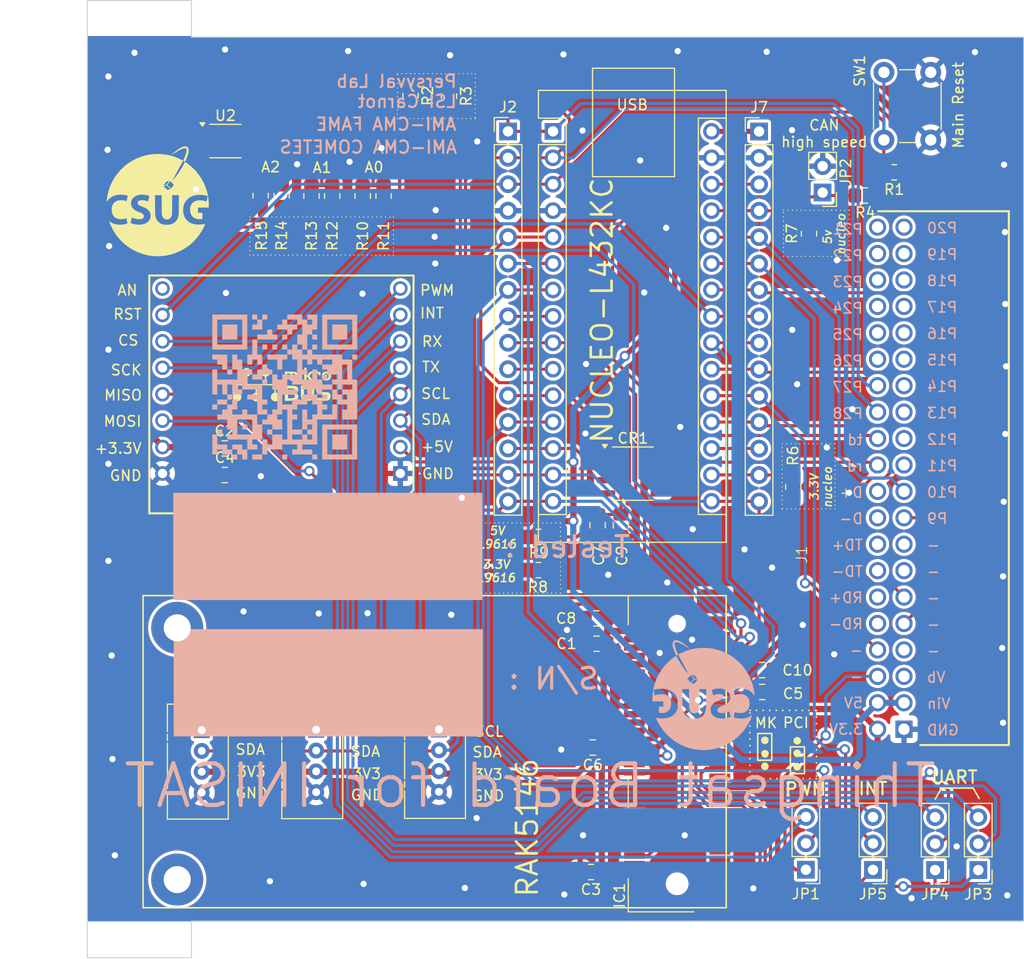
<source format=kicad_pcb>
(kicad_pcb (version 20240108) (generator "pcbnew") (generator_version "8.0")
  (layers (0 "F.Cu" power) (31 "B.Cu" power) (34 "B.Paste" user) (35 "F.Paste" user) (36 "B.SilkS" user "B.Silkscreen") (37 "F.SilkS" user "F.Silkscreen") (38 "B.Mask" user) (39 "F.Mask" user) (44 "Edge.Cuts" user))
  (net 0 "")
  (net 1 "+3V3")
  (net 2 "GND")
  (net 11 "/CAN_RX")
  (net 18 "Net-(CR1-VS)")
  (net 20 "/CAN_TX")
  (net 33 "/CAN_RD")
  (net 35 "/CAN_TD")
  (net 37 "/SDA")
  (net 39 "/SCL")
  (net 51 "/PPS_LORA_CORE")
  (net 52 "/CS_LORA_CORE")
  (net 54 "/UART_TX_LORA_CORE")
  (net 55 "/MOSI")
  (net 58 "/UART_RX_LORA_CORE")
  (net 59 "Net-(CR1-ASC)")
  (net 62 "/RST_LORA_CORE")
  (net 63 "/AREF")
  (net 64 "/GPIO6_SX1303")
  (net 66 "/SCLK")
  (net 67 "/PWM2")
  (net 68 "/SENS1")
  (net 69 "/SENS2")
  (net 70 "+5V")
  (net 71 "/UART_TX_INISAT")
  (net 72 "/PWM_INISAT")
  (net 75 "/UART_RX_INISAT")
  (net 77 "Net-(J2-Pin_11)")
  (net 78 "/UART_RX_1")
  (net 79 "/RESET_GENERAL")
  (net 81 "/MISO")
  (net 82 "Net-(J2-Pin_10)")
  (net 83 "/UART_TX_1")
  (net 84 "/PWM1")
  (net 85 "/UART_RX_MK")
  (net 86 "/UART_TX_MK")
  (net 87 "/INT_MK")
  (net 88 "/PWM_MK")
  (net 89 "Net-(J7-Pin_4)")
  (net 90 "/INT1")
  (net 91 "/CS_MK")
  (net 92 "Net-(J7-Pin_14)")
  (net 93 "Net-(J7-Pin_1)")
  (net 94 "Net-(J7-Pin_3)")
  (net 95 "Net-(U2-A0)")
  (net 96 "Net-(U2-A1)")
  (net 97 "Net-(U2-A2)")
  (footprint "Connector_PCBEdge:BUS_PCI_Express_Mini" (layer "F.Cu") (at 120.434748 115.445 90)
    (property "Reference" "IC1")
    (property "Value" "PCI_EXPRESS_CARD")
  )
  (footprint "Connector_PinHeader_2.54mm:PinHeader_1x02_P2.54mm_Vertical" (layer "F.Cu") (at 134.42 61.51 180)
    (property "Reference" "JP2")
    (property "Value" "speed_controller")
  )
  (footprint "Capacitor_SMD:C_0805_2012Metric_Pad1.18x1.45mm_HandSolder" (layer "F.Cu") (at 112.79 93.48 -90)
    (property "Reference" "C7")
    (property "Value" "10u")
  )
  (footprint "Connector:NS-Tech_Grove_1x04_P2mm_Vertical" (layer "F.Cu") (at 97.54 113.11)
    (property "Reference" "J4")
    (property "Value" "I2C_Grove")
  )
  (footprint "Capacitor_SMD:C_0805_2012Metric_Pad1.18x1.45mm_HandSolder" (layer "F.Cu") (at 112.684048 104.8732 180)
    (property "Reference" "C1")
    (property "Value" "10u")
  )
  (footprint "Resistor_SMD:R_0805_2012Metric_Pad1.20x1.40mm_HandSolder" (layer "F.Cu") (at 131.6 89.79 90)
    (property "Reference" "R6")
    (property "Value" "0")
  )
  (footprint "Resistor_SMD:R_0805_2012Metric_Pad1.20x1.40mm_HandSolder" (layer "F.Cu") (at 90.21 61.85 90)
    (property "Reference" "R10")
    (property "Value" "0")
  )
  (footprint "Resistor_SMD:R_0805_2012Metric_Pad1.20x1.40mm_HandSolder" (layer "F.Cu") (at 87.28 61.83 90)
    (property "Reference" "R12")
    (property "Value" "0")
  )
  (footprint "Connector_PinHeader_2.54mm:PinHeader_1x15_P2.54mm_Vertical" (layer "F.Cu") (at 128.313249 55.637948)
    (property "Reference" "J7")
    (property "Value" "Conn_01x15")
  )
  (footprint "Resistor_SMD:R_0805_2012Metric_Pad1.20x1.40mm_HandSolder" (layer "F.Cu") (at 94.81 52.2 -90)
    (property "Reference" "R2")
    (property "Value" "4K7")
  )
  (footprint "Connector_PinHeader_2.54mm:PinHeader_1x15_P2.54mm_Vertical" (layer "F.Cu") (at 104.183248 55.626)
    (property "Reference" "J2")
    (property "Value" "Conn_01x15")
  )
  (footprint "Capacitor_SMD:C_0805_2012Metric_Pad1.18x1.45mm_HandSolder" (layer "F.Cu") (at 115.03 93.49 -90)
    (property "Reference" "C9")
    (property "Value" "100n")
  )
  (footprint "Com_L432KC_footprint:logo_csug" (layer "F.Cu") (at 70.42 62.34)
    (property "Reference" "G***" (hide yes))
    (property "Value" "LOGO" (hide yes))
  )
  (footprint "Connector_PinHeader_2.54mm:PinHeader_1x03_P2.54mm_Vertical" (layer "F.Cu") (at 139.26 126.615 180)
    (property "Reference" "JP5")
    (property "Value" "INT_SEL")
  )
  (footprint "Resistor_SMD:R_0805_2012Metric_Pad1.20x1.40mm_HandSolder" (layer "F.Cu") (at 80.4 61.81 90)
    (property "Reference" "R15")
    (property "Value" "0")
  )
  (footprint "Capacitor_SMD:C_0805_2012Metric_Pad1.18x1.45mm_HandSolder" (layer "F.Cu") (at 128.61 109.51)
    (property "Reference" "C5")
    (property "Value" "100n")
  )
  (footprint "Resistor_SMD:R_0805_2012Metric_Pad1.20x1.40mm_HandSolder" (layer "F.Cu") (at 92.22 61.84 90)
    (property "Reference" "R11")
    (property "Value" "0")
  )
  (footprint "Connector_PinHeader_2.54mm:PinHeader_1x03_P2.54mm_Vertical" (layer "F.Cu") (at 132.81 126.6 180)
    (property "Reference" "JP1")
    (property "Value" "PWM1_SEL")
  )
  (footprint "Connector:NS-Tech_Grove_1x04_P2mm_Vertical" (layer "F.Cu") (at 74.74 113.18)
    (property "Reference" "J6")
    (property "Value" "I2C_Grove")
  )
  (footprint "Capacitor_SMD:C_0805_2012Metric_Pad1.18x1.45mm_HandSolder" (layer "F.Cu") (at 112.33 114.85 180)
    (property "Reference" "C6")
    (property "Value" "100n")
  )
  (footprint "Package_SO:SO-8_3.9x4.9mm_P1.27mm" (layer "F.Cu") (at 116.1862 88.525)
    (property "Reference" "CR1")
    (property "Value" "L9616")
  )
  (footprint "Capacitor_SMD:C_0805_2012Metric_Pad1.18x1.45mm_HandSolder" (layer "F.Cu") (at 112.1525 126.82 180)
    (property "Reference" "C3")
    (property "Value" "100n")
  )
  (footprint "Resistor_SMD:R_0805_2012Metric_Pad1.20x1.40mm_HandSolder" (layer "F.Cu") (at 133.11 65.46 90)
    (property "Reference" "R7")
    (property "Value" "0")
  )
  (footprint "Package_SO:MSOP-8_3x3mm_P0.65mm" (layer "F.Cu") (at 77.02 56.56)
    (property "Reference" "U2")
    (property "Value" "MCP9808_MSOP")
  )
  (footprint "Resistor_SMD:R_0805_2012Metric_Pad1.20x1.40mm_HandSolder" (layer "F.Cu") (at 85.29 61.84 90)
    (property "Reference" "R13")
    (property "Value" "0")
  )
  (footprint "Capacitor_SMD:C_0805_2012Metric_Pad1.18x1.45mm_HandSolder" (layer "F.Cu") (at 128.6 107.41)
    (property "Reference" "C10")
    (property "Value" "100n")
  )
  (footprint "Logos-image:mikrobus_logo" (layer "F.Cu") (at 82.213939 79.877869)
    (property "Reference" "G***" (hide yes))
    (property "Value" "LOGO" (hide yes))
  )
  (footprint "Module:Arduino_Nano" (layer "F.Cu") (at 108.503248 55.626)
    (property "Reference" "L432KC1" (hide yes))
    (property "Value" "MCU")
  )
  (footprint "Connector:NS-Tech_Grove_1x04_P2mm_Vertical" (layer "F.Cu") (at 85.74 113.14)
    (property "Reference" "J9")
    (property "Value" "I2C_Grove")
  )
  (footprint "Com_L432KC_footprint:MIKROE4247" (layer "F.Cu") (at 93.83 88.51 90)
    (property "Reference" "J5")
    (property "Value" "MIKROE-4247" (hide yes))
  )
  (footprint "Resistor_SMD:R_0805_2012Metric_Pad1.20x1.40mm_HandSolder" (layer "F.Cu") (at 107.12 94.61)
    (property "Reference" "R9")
    (property "Value" "0")
  )
  (footprint "Capacitor_SMD:C_0805_2012Metric_Pad1.18x1.45mm_HandSolder" (layer "F.Cu") (at 76.97 88.66)
    (property "Reference" "C4")
    (property "Value" "100n")
  )
  (footprint "Button_Switch_THT:SW_PUSH_6mm" (layer "F.Cu") (at 140.31 56.45 90)
    (property "Reference" "SW1")
    (property "Value" "Reset")
  )
  (footprint "Resistor_SMD:R_0805_2012Metric_Pad1.20x1.40mm_HandSolder" (layer "F.Cu") (at 82.42 61.81 90)
    (property "Reference" "R14")
    (property "Value" "0")
  )
  (footprint "Connector_PinHeader_2.54mm:PinHeader_1x03_P2.54mm_Vertical" (layer "F.Cu") (at 145.23 126.63 180)
    (property "Reference" "JP4")
    (property "Value" "TX_SEL")
  )
  (footprint "" (layer "F.Cu") (at 72.384748 103.345)
    (property "Reference" "")
    (property "Value" "")
  )
  (footprint "Resistor_SMD:R_0805_2012Metric_Pad1.20x1.40mm_HandSolder" (layer "F.Cu") (at 98.51 52.24 -90)
    (property "Reference" "R3")
    (property "Value" "4K7")
  )
  (footprint "Com_L432KC_footprint:support mini PCI" (layer "F.Cu") (at 72.384748 127.495)
    (property "Reference" "REF**" (hide yes))
    (property "Value" "support mini PCI")
  )
  (footprint "Capacitor_SMD:C_0805_2012Metric_Pad1.18x1.45mm_HandSolder" (layer "F.Cu") (at 76.95 86.1)
    (property "Reference" "C2")
    (property "Value" "10u")
  )
  (footprint "Resistor_SMD:R_0805_2012Metric_Pad1.20x1.40mm_HandSolder" (layer "F.Cu") (at 107.1 97.8)
    (property "Reference" "R8")
    (property "Value" "0")
  )
  (footprint "Resistor_SMD:R_0805_2012Metric_Pad1.20x1.40mm_HandSolder" (layer "F.Cu") (at 138.52 61.79 180)
    (property "Reference" "R4")
    (property "Value" "4K7")
  )
  (footprint "Capacitor_SMD:C_0805_2012Metric_Pad1.18x1.45mm_HandSolder" (layer "F.Cu") (at 112.679048 102.4382 180)
    (property "Reference" "C8")
    (property "Value" "100n")
  )
  (footprint "Connector_PinHeader_2.54mm:PinHeader_1x03_P2.54mm_Vertical" (layer "F.Cu") (at 149.38 126.63 180)
    (property "Reference" "JP3")
    (property "Value" "RX_SEL")
  )
  (footprint "Resistor_SMD:R_0805_2012Metric_Pad1.20x1.40mm_HandSolder" (layer "F.Cu") (at 141.3 59.56 180)
    (property "Reference" "R1")
    (property "Value" "4K7")
  )
  (footprint "Com_L432KC_footprint:flatsat_conn" (layer "F.Cu") (at 141.522718 88.952651)
    (property "Reference" "J1")
    (property "Value" "Bus Standard")
  )
  (footprint "Com_L432KC_footprint:logo_csug" (layer "B.Cu") (at 123.06 109.81 180)
    (property "Reference" "G***" (hide yes))
    (property "Value" "LOGO" (hide yes))
  )
  (footprint "Com Nucleo library:qr_code_flatsat" (layer "B.Cu") (at 82.179575 80.740426 180)
    (property "Reference" "QR" (hide yes))
    (property "Value" "LOGO" (hide yes))
  )
  (gr_rect (start 72.12 103.55) (end 101.68 113.71) (stroke (width 0.15)) (fill solid) (layer "B.SilkS"))
  (gr_rect (start 72.08 90.44) (end 101.64 100.6) (stroke (width 0.15)) (fill solid) (layer "B.SilkS"))
  (gr_rect (start 127.43 111.28) (end 133.82 117.84) (stroke (width 0.15) (type dot)) (fill none) (layer "F.SilkS"))
  (gr_circle (center 131.98 116.7) (end 131.688452 116.7) (stroke (width 0.15)) (fill solid) (layer "F.SilkS"))
  (gr_rect (start 101.2 93.27) (end 109.22 100.01) (stroke (width 0.1) (type dot)) (fill none) (layer "F.SilkS"))
  (gr_line (start 145.24 119.81) (end 145.859113 118.737666) (stroke (width 0.15)) (layer "F.SilkS"))
  (gr_rect (start 128.18 113.5) (end 129.53 116.07) (stroke (width 0.15)) (fill none) (layer "F.SilkS"))
  (gr_circle (center 128.87 114.16) (end 129.161548 114.16) (stroke (width 0.15)) (fill solid) (layer "F.SilkS"))
  (gr_circle (center 128.87 116.66) (end 129.161548 116.66) (stroke (width 0.15)) (fill solid) (layer "F.SilkS"))
  (gr_rect (start 93.55 50.08) (end 101.03 54.4) (stroke (width 0.1) (type dot)) (fill none) (layer "F.SilkS"))
  (gr_rect (start 130.53 85.65) (end 135.61 91.91) (stroke (width 0.1) (type dot)) (fill none) (layer "F.SilkS"))
  (gr_circle (center 128.88 115.45) (end 129.171548 115.45) (stroke (width 0.15)) (fill solid) (layer "F.SilkS"))
  (gr_line (start 145.88 118.75) (end 148.89 118.75) (stroke (width 0.15)) (layer "F.SilkS"))
  (gr_rect (start 79.38 63.86) (end 93.17 67.52) (stroke (width 0.1) (type dot)) (fill none) (layer "F.SilkS"))
  (gr_rect (start 131.32 114.79) (end 132.67 117.36) (stroke (width 0.15)) (fill none) (layer "F.SilkS"))
  (gr_line (start 148.89 118.75) (end 149.469677 119.754029) (stroke (width 0.15)) (layer "F.SilkS"))
  (gr_circle (center 131.97 115.41) (end 131.678452 115.41) (stroke (width 0.15)) (fill solid) (layer "F.SilkS"))
  (gr_circle (center 131.98 114.2) (end 131.688452 114.2) (stroke (width 0.15)) (fill solid) (layer "F.SilkS"))
  (gr_rect (start 69.1 100.25) (end 125.15 130.25) (stroke (width 0.15)) (fill none) (layer "F.SilkS"))
  (gr_rect (start 130.66 63.21) (end 136.98 67.64) (stroke (width 0.1) (type dot)) (fill none) (layer "F.SilkS"))
  (gr_line (start 73.75 43.05) (end 73.75 46.55) (stroke (width 0.1)) (layer "Edge.Cuts"))
  (gr_line (start 63.75 43.05) (end 73.75 43.05) (stroke (width 0.1)) (layer "Edge.Cuts"))
  (gr_line (start 73.75 131.55) (end 153.75 131.55) (stroke (width 0.1)) (layer "Edge.Cuts"))
  (gr_line (start 73.75 46.55) (end 153.75 46.55) (stroke (width 0.1)) (layer "Edge.Cuts"))
  (gr_line (start 63.75 135.05) (end 73.75 135.05) (stroke (width 0.1)) (layer "Edge.Cuts"))
  (gr_line (start 153.75 131.55) (end 153.75 46.55) (stroke (width 0.1)) (layer "Edge.Cuts"))
  (gr_line (start 63.75 135.05) (end 63.75 43.05) (stroke (width 0.1)) (layer "Edge.Cuts"))
  (gr_line (start 73.75 131.55) (end 73.75 135.05) (stroke (width 0.1)) (layer "Edge.Cuts"))
  (gr_text "Tested :" (at 116.09 96.74 0) (layer "B.SilkS") (effects (font (size 2 2) (thickness 0.3)) (justify left bottom mirror)))
  (gr_text "S/N :" (at 113.05 109.41 0) (layer "B.SilkS") (effects (font (size 2 2) (thickness 0.3)) (justify left bottom mirror)))
  (gr_text "AMI-CMA FAME" (at 99.33 55.65 0) (layer "B.SilkS") (effects (font (size 1.2 1.2) (thickness 0.2) (bold yes)) (justify left bottom mirror)))
  (gr_text "AMI-CMA COMETES" (at 99.39 57.85 0) (layer "B.SilkS") (effects (font (size 1.2 1.2) (thickness 0.2) (bold yes)) (justify left bottom mirror)))
  (gr_text "Thingsat Board for INISAT" (at 145.61 120.88 0) (layer "B.SilkS") (effects (font (size 4 4) (thickness 0.4)) (justify left bottom mirror)))
  (gr_text "Persyval Lab \nLSI Carnot" (at 99.37 53.45 0) (layer "B.SilkS") (effects (font (size 1.2 1.2) (thickness 0.2) (bold yes)) (justify left bottom mirror)))
  (gr_text "SDA" (at 88.98 115.81 0) (layer "F.SilkS") (effects (font (size 1 1)) (justify left bottom)))
  (gr_text "RAK5146\n" (at 106.03 122.55 90) (layer "F.SilkS") (effects (font (size 2 2) (thickness 0.25))))
  (gr_text "+5V" (at 95.74 86.53 0) (layer "F.SilkS") (effects (font (size 1 1)) (justify left bottom)))
  (gr_text "NUCLEO-L432KC" (at 113.22 72.84 90) (layer "F.SilkS") (effects (font (size 2 2) (thickness 0.25))))
  (gr_text "3V3" (at 89.11 117.95 0) (layer "F.SilkS") (effects (font (size 1 1)) (justify left bottom)))
  (gr_text "3V3" (at 100.8 118.02 0) (layer "F.SilkS") (effects (font (size 1 1)) (justify left bottom)))
  (gr_text "AN" (at 66.55 71.48 0) (layer "F.SilkS") (effects (font (size 1 1)) (justify left bottom)))
  (gr_text "SCL\n" (at 89.2 113.82 0) (layer "F.SilkS") (effects (font (size 1 1)) (justify left bottom)))
  (gr_text "5v \nnucleo" (at 136.65 65.5 90) (layer "F.SilkS") (effects (font (size 0.8 0.8) (thickness 0.15) (italic yes)) (justify bottom)))
  (gr_text "MISO" (at 65.27 81.57 0) (layer "F.SilkS") (effects (font (size 1 1)) (justify left bottom)))
  (gr_text "INT" (at 137.755 119.51 0) (layer "F.SilkS") (effects (font (size 1.2 1.2) (thickness 0.2) (bold yes)) (justify left bottom)))
  (gr_text "Main Reset" (at 148.04 57.36 90) (layer "F.SilkS") (effects (font (size 1 1)) (justify left bottom)))
  (gr_text "3.3V\nL9616" (at 103.05 99.01 0) (layer "F.SilkS") (effects (font (size 0.8 0.8) (thickness 0.15) (italic yes)) (justify bottom)))
  (gr_text "CS" (at 66.6 76.3 0) (layer "F.SilkS") (effects (font (size 1 1)) (justify left bottom)))
  (gr_text "PWM" (at 95.63 71.49 0) (layer "F.SilkS") (effects (font (size 1 1)) (justify left bottom)))
  (gr_text "SDA" (at 95.74 83.9 0) (layer "F.SilkS") (effects (font (size 1 1)) (justify left bottom)))
  (gr_text "RX" (at 95.81 76.41 0) (layer "F.SilkS") (effects (font (size 1 1)) (justify left bottom)))
  (gr_text "GND" (at 100.67 120.07 0) (layer "F.SilkS") (effects (font (size 1 1)) (justify left bottom)))
  (gr_text "A0" (at 90.3 59.66 0) (layer "F.SilkS") (effects (font (size 1 1)) (justify left bottom)))
  (gr_text "GND" (at 95.82 89.12 0) (layer "F.SilkS") (effects (font (size 1 1)) (justify left bottom)))
  (gr_text "GND" (at 65.81 89.3 0) (layer "F.SilkS") (effects (font (size 1 1)) (justify left bottom)))
  (gr_text "A1" (at 85.31 59.69 0) (layer "F.SilkS") (effects (font (size 1 1)) (justify left bottom)))
  (gr_text "A2" (at 80.36 59.64 0) (layer "F.SilkS") (effects (font (size 1 1)) (justify left bottom)))
  (gr_text "SDA" (at 77.9 115.62 0) (layer "F.SilkS") (effects (font (size 1 1)) (justify left bottom)))
  (gr_text "3V3" (at 78.03 117.76 0) (layer "F.SilkS") (effects (font (size 1 1)) (justify left bottom)))
  (gr_text "3.3V\nnucleo" (at 135.37 89.82 90) (layer "F.SilkS") (effects (font (size 0.8 0.8) (thickness 0.15) (italic yes)) (justify bottom)))
  (gr_text "SDA" (at 100.67 115.88 0) (layer "F.SilkS") (effects (font (size 1 1)) (justify left bottom)))
  (gr_text "RST" (at 66.15 73.79 0) (layer "F.SilkS") (effects (font (size 1 1)) (justify left bottom)))
  (gr_text "PWM" (at 130.675 119.54 0) (layer "F.SilkS") (effects (font (size 1.2 1.2) (thickness 0.2) (bold yes)) (justify left bottom)))
  (gr_text "MK" (at 127.81 113.07 0) (layer "F.SilkS") (effects (font (size 1 1)) (justify left bottom)))
  (gr_text "GND" (at 77.9 119.81 0) (layer "F.SilkS") (effects (font (size 1 1)) (justify left bottom)))
  (gr_text "TX\n" (at 95.82 78.86 0) (layer "F.SilkS") (effects (font (size 1 1)) (justify left bottom)))
  (gr_text "SCK" (at 65.91 79.16 0) (layer "F.SilkS") (effects (font (size 1 1)) (justify left bottom)))
  (gr_text "INT" (at 95.63 73.68 0) (layer "F.SilkS") (effects (font (size 1 1)) (justify left bottom)))
  (gr_text "5V\nL9616" (at 103.14 95.77 0) (layer "F.SilkS") (effects (font (size 0.8 0.8) (thickness 0.15) (italic yes)) (justify bottom)))
  (gr_text "MOSI" (at 65.22 84.08 0) (layer "F.SilkS") (effects (font (size 1 1)) (justify left bottom)))
  (gr_text "SCL\n" (at 100.89 113.89 0) (layer "F.SilkS") (effects (font (size 1 1)) (justify left bottom)))
  (gr_text "UART" (at 144.76 118.4 0) (layer "F.SilkS") (effects (font (size 1.2 1.2) (thickness 0.2) (bold yes)) (justify left bottom)))
  (gr_text "GND" (at 88.98 120 0) (layer "F.SilkS") (effects (font (size 1 1)) (justify left bottom)))
  (gr_text "PCI" (at 130.51 113.06 0) (layer "F.SilkS") (effects (font (size 1 1)) (justify left bottom)))
  (gr_text "SCL" (at 95.74 81.42 0) (layer "F.SilkS") (effects (font (size 1 1)) (justify left bottom)))
  (gr_text "CAN\nhigh speed" (at 134.58 57.23 0) (layer "F.SilkS") (effects (font (size 1 1)) (justify bottom)))
  (gr_text "SCL\n" (at 78.12 113.63 0) (layer "F.SilkS") (effects (font (size 1 1)) (justify left bottom)))
  (gr_text "+3.3V" (at 64.38 86.69 0) (layer "F.SilkS") (effects (font (size 1 1)) (justify left bottom)))
  (segment (start 71.02 51.2) (end 68.31 53.91) (width 0.6) (layer "F.Cu") (net 1))
  (segment (start 108.6 100.3) (end 111.578348 100.3) (width 0.6) (layer "F.Cu") (net 1))
  (segment (start 113.721548 104.8732) (end 113.721548 103.66) (width 0.6) (layer "F.Cu") (net 1))
  (segment (start 139.7 114.42) (end 140.58 115.3) (width 0.6) (layer "F.Cu") (net 1))
  (segment (start 87.28 62.83) (end 87.28 64.88) (width 0.3) (layer "F.Cu") (net 1))
  (segment (start 112.78 126.52) (end 113.105 126.845) (width 0.3) (layer "F.Cu") (net 1))
  (segment (start 118.545 114.845) (end 116.334748 114.845) (width 0.6) (layer "F.Cu") (net 1))
  (segment (start 84.5 64.89) (end 87.27 64.89) (width 0.3) (layer "F.Cu") (net 1))
  (segment (start 116.334748 114.845) (end 114.4725 114.845) (width 0.6) (layer "F.Cu") (net 1))
  (segment (start 97.79 117.36) (end 110.8575 117.36) (width 0.6) (layer "F.Cu") (net 1))
  (segment (start 127.385 108.045) (end 127.39 108.04) (width 0.6) (layer "F.Cu") (net 1))
  (segment (start 87.28 64.88) (end 87.27 64.89) (width 0.3) (layer "F.Cu") (net 1))
  (segment (start 131.5 90.89) (end 131.6 90.79) (width 0.6) (layer "F.Cu") (net 1))
  (segment (start 142.3 61.07) (end 142.3 59.56) (width 0.6) (layer "F.Cu") (net 1))
  (segment (start 68.335 64.835) (end 84.445 64.835) (width 0.3) (layer "F.Cu") (net 1))
  (segment (start 113.3675 105.227248) (end 113.721548 104.8732) (width 0.6) (layer "F.Cu") (net 1))
  (segment (start 127.5625 107.41) (end 131.5 103.4725) (width 0.6) (layer "F.Cu") (net 1))
  (segment (start 116.334748 103.645) (end 113.736548 103.645) (width 0.6) (layer "F.Cu") (net 1))
  (segment (start 113.3675 114.85) (end 113.3675 105.227248) (width 0.6) (layer "F.Cu") (net 1))
  (segment (start 139.7 113.09) (end 139.7 114.42) (width 0.6) (layer "F.Cu") (net 1))
  (segment (start 79.1325 55.585) (end 92.005 55.585) (width 0.3) (layer "F.Cu") (net 1))
  (segment (start 120.19 109.61) (end 120.19 113.2) (width 0.6) (layer "F.Cu") (net 1))
  (segment (start 144.08 115.3) (end 146.46 112.92) (width 0.6) (layer "F.Cu") (net 1))
  (segment (start 84.445 64.835) (end 84.5 64.89) (width 0.3) (layer "F.Cu") (net 1))
  (segment (start 127.345 108.845) (end 127.39 108.8) (width 0.6) (layer "F.Cu") (net 1))
  (segment (start 122.455 108.045) (end 124.534748 108.045) (width 0.6) (layer "F.Cu") (net 1))
  (segment (start 140.58 115.3) (end 144.08 115.3) (width 0.6) (layer "F.Cu") (net 1))
  (segment (start 119.095 103.645) (end 120.17 104.72) (width 0.6) (layer "F.Cu") (net 1))
  (segment (start 82.42 62.81) (end 84.445 64.835) (width 0.3) (layer "F.Cu") (net 1))
  (segment (start 120.955 108.845) (end 120.19 109.61) (width 0.6) (layer "F.Cu") (net 1))
  (segment (start 120.17 107.18) (end 121.035 108.045) (width 0.6) (layer "F.Cu") (net 1))
  (segment (start 120.19 113.2) (end 118.545 114.845) (width 0.6) (layer "F.Cu") (net 1))
  (segment (start 92.005 55.585) (end 93.76 57.34) (width 0.3) (layer "F.Cu") (net 1))
  (segment (start 113.19 115.0275) (end 113.3675 114.85) (width 0.6) (layer "F.Cu") (net 1))
  (segment (start 121.035 108.045) (end 122.455 108.045) (width 0.6) (layer "F.Cu") (net 1))
  (segment (start 137.76 111.15) (end 139.7 113.09) (width 0.6) (layer "F.Cu") (net 1))
  (segment (start 124.534748 108.845) (end 127.345 108.845) (width 0.6) (layer "F.Cu") (net 1))
  (segment (start 129.2125 111.15) (end 137.76 111.15) (width 0.6) (layer "F.Cu") (net 1))
  (segment (start 93.76 61.3) (end 92.22 62.84) (width 0.3) (layer "F.Cu") (net 1))
  (segment (start 113.721548 102.4432) (end 113.716548 102.4382) (width 0.6) (layer "F.Cu") (net 1))
  (segment (start 94.81 51.2) (end 98.47 51.2) (width 0.6) (layer "F.Cu") (net 1))
  (segment (start 106.1 97.8) (end 108.6 100.3) (width 0.6) (layer "F.Cu") (net 1))
  (segment (start 113.721548 103.66) (end 113.721548 102.4432) (width 0.6) (layer "F.Cu") (net 1))
  (segment (start 113.105 126.845) (end 116.334748 126.845) (width 0.5) (layer "F.Cu") (net 1))
  (segment (start 68.31 83.24) (end 70.97 85.9) (width 0.6) (layer "F.Cu") (net 1))
  (segment (start 75.9125 86.1) (end 75.9125 88.64) (width 0.6) (layer "F.Cu") (net 1))
  (segment (start 70.97 85.9) (end 70.97 85.97) (width 0.6) (layer "F.Cu") (net 1))
  (segment (start 81.4725 97.8) (end 106.1 97.8) (width 0.6) (layer "F.Cu") (net 1))
  (segment (start 142.3 59.56) (end 142.3 54.71) (width 0.6) (layer "F.Cu") (net 1))
  (segment (start 111.578348 100.3) (end 113.716548 102.4382) (width 0.6) (layer "F.Cu") (net 1))
  (segment (start 94.81 51.2) (end 71.02 51.2) (width 0.6) (layer "F.Cu") (net 1))
  (segment (start 75.9325 88.66) (end 75.9325 92.26) (width 0.6) (layer "F.Cu") (net 1))
  (segment (start 141.58 61.79) (end 142.3 61.07) (width 0.6) (layer "F.Cu") (net 1))
  (segment (start 93.76 57.34) (end 93.76 61.3) (width 0.3) (layer "F.Cu") (net 1))
  (segment (start 97.54 117.11) (end 97.79 117.36) (width 0.6) (layer "F.Cu") (net 1))
  (segment (start 139.52 61.79) (end 141.58 61.79) (width 0.6) (layer "F.Cu") (net 1))
  (segment (start 75.7825 85.97) (end 75.9125 86.1) (width 0.6) (layer "F.Cu") (net 1))
  (segment (start 145.29 59.56) (end 142.3 59.56) (width 0.6) (layer "F.Cu") (net 1))
  (segment (start 124.534748 108.845) (end 120.955 108.845) (width 0.6) (layer "F.Cu") (net 1))
  (segment (start 90.17 64.89) (end 92.22 62.84) (width 0.3) (layer "F.Cu") (net 1))
  (segment (start 98.47 51.2) (end 98.51 51.24) (width 0.6) (layer "F.Cu") (net 1))
  (segment (start 116.334748 103.645) (end 119.095 103.645) (width 0.6) (layer "F.Cu") (net 1))
  (segment (start 97.47 117.18) (end 97.54 117.11) (width 0.6) (layer "F.Cu") (net 1))
  (segment (start 146.46 112.92) (end 146.46 60.73) (width 0.6) (layer "F.Cu") (net 1))
  (segment (start 127.39 108.04) (end 127.39 108.8) (width 0.6) (layer "F.Cu") (net 1))
  (segment (start 120.17 104.72) (end 120.17 107.18) (width 0.6) (layer "F.Cu") (net 1))
  (segment (start 138.83 51.24) (end 98.51 51.24) (width 0.6) (layer "F.Cu") (net 1))
  (segment (start 70.97 85.97) (end 75.7825 85.97) (width 0.6) (layer "F.Cu") (net 1))
  (segment (start 146.46 60.73) (end 145.29 59.56) (width 0.6) (layer "F.Cu") (net 1))
  (segment (start 113.736548 103.645) (end 113.721548 103.66) (width 0.6) (layer "F.Cu") (net 1))
  (segment (start 114.4725 114.845) (end 114.4675 114.85) (width 0.6) (layer "F.Cu") (net 1))
  (segment (start 68.31 53.91) (end 68.31 83.24) (width 0.6) (layer "F.Cu") (net 1))
  (segment (start 113.19 126.82) (end 113.19 115.0275) (width 0.6) (layer "F.Cu") (net 1))
  (segment (start 110.8575 117.36) (end 113.3675 114.85) (width 0.6) (layer "F.Cu") (net 1))
  (segment (start 75.9325 92.26) (end 81.4725 97.8) (width 0.6) (layer "F.Cu") (net 1))
  (segment (start 87.27 64.89) (end 90.17 64.89) (width 0.3) (layer "F.Cu") (net 1))
  (segment (start 127.5725 109.51) (end 129.2125 111.15) (width 0.6) (layer "F.Cu") (net 1))
  (segment (start 142.3 54.71) (end 138.83 51.24) (width 0.6) (layer "F.Cu") (net 1))
  (segment (start 75.9125 88.64) (end 75.9325 88.66) (width 0.6) (layer "F.Cu") (net 1))
  (segment (start 114.4675 114.85) (end 113.3675 114.85) (width 0.6) (layer "F.Cu") (net 1))
  (segment (start 124.534748 108.045) (end 127.385 108.045) (width 0.6) (layer "F.Cu") (net 1))
  (segment (start 131.5 103.4725) (end 131.5 90.89) (width 0.6) (layer "F.Cu") (net 1))
  (segment (start 74.74 117.18) (end 97.47 117.18) (width 0.6) (layer "F.Cu") (net 1))
  (segment (start 123.743248 58.166) (end 128.301301 58.166) (width 0.3) (layer "F.Cu") (net 2))
  (segment (start 123.134748 124.045) (end 122.682 123.592252) (width 0.3) (layer "F.Cu") (net 2))
  (segment (start 115.03 94.5275) (end 115.03 94.24) (width 0.3) (layer "F.Cu") (net 2))
  (segment (start 123.1348 121.645) (end 124.534748 121.645) (width 0.3) (layer "F.Cu") (net 2))
  (segment (start 115.03 94.24) (end 115.25 94.02) (width 0.3) (layer "F.Cu") (net 2))
  (segment (start 122.682 122.0978) (end 123.1348 121.645) (width 0.3) (layer "F.Cu") (net 2))
  (segment (start 116.334748 114.045) (end 116.195 114.045) (width 0.3) (layer "F.Cu") (net 2))
  (segment (start 122.682 123.592252) (end 122.682 122.0978) (width 0.3) (layer "F.Cu") (net 2))
  (segment (start 124.534748 124.045) (end 123.134748 124.045) (width 0.3) (layer "F.Cu") (net 2))
  (segment (start 116.195 114.045) (end 116.1925 114.0425) (width 0.3) (layer "F.Cu") (net 2))
  (via (at 131.5 74.7) (size 1) (drill 0.6) (layers "F.Cu" "B.Cu") (net 2))
  (via (at 111.34 55.55) (size 1) (drill 0.6) (layers "F.Cu" "B.Cu") (net 2))
  (via (at 74.2 61.21) (size 1) (drill 0.6) (layers "F.Cu" "B.Cu") (net 2))
  (via (at 65.69 57.4) (size 1) (drill 0.6) (layers "F.Cu" "B.Cu") (net 2))
  (via (at 111.68 77.99) (size 1) (drill 0.6) (layers "F.Cu" "B.Cu") (net 2))
  (via (at 109.51 48.23) (size 1) (drill 0.6) (layers "F.Cu" "B.Cu") (net 2))
  (via (at 111.39 123.29) (size 1) (drill 0.6) (layers "F.Cu" "B.Cu") (net 2))
  (via (at 66.39 125.21) (size 1) (drill 0.6) (layers "F.Cu" "B.Cu") (net 2))
  (via (at 90.68 101.94) (size 1) (drill 0.6) (layers "F.Cu" "B.Cu") (net 2))
  (via (at 68.28 48.07) (size 1) (drill 0.6) (layers "F.Cu" "B.Cu") (net 2))
  (via (at 151.86 58.83) (size 1) (drill 0.6) (layers "F.Cu" "B.Cu") (net 2))
  (via (at 88.81 47.91) (size 1) (drill 0.6) (layers "F.Cu" "B.Cu") (net 2))
  (via (at 80.42 88.77) (size 1) (drill 0.6) (layers "F.Cu" "B.Cu") (net 2))
  (via (at 85.99 101.97) (size 1) (drill 0.6) (layers "F.Cu" "B.Cu") (net 2))
  (via (at 134.82 86.01) (size 1) (drill 0.6) (layers "F.Cu" "B.Cu") (net 2))
  (via (at 129.56 97.56) (size 1) (drill 0.6) (layers "F.Cu" "B.Cu") (net 2))
  (via (at 65.77 87.58) (size 1) (drill 0.6) (layers "F.Cu" "B.Cu") (net 2))
  (via (at 151.83 91.22) (size 1) (drill 0.6) (layers "F.Cu" "B.Cu") (net 2))
  (via (at 135.79 68.01) (size 1) (drill 0.6) (layers "F.Cu" "B.Cu") (net 2))
  (via (at 151.68 105.29) (size 1) (drill 0.6) (layers "F.Cu" "B.Cu") (net 2))
  (via (at 76.98 47.76) (size 1) (drill 0.6) (layers "F.Cu" "B.Cu") (net 2))
  (via (at 121.93 93.86) (size 1) (drill 0.6) (layers "F.Cu" "B.Cu") (net 2))
  (via (at 77.07 71.16) (size 1) (drill 0.6) (layers "F.Cu" "B.Cu") (net 2))
  (via (at 65.77 50.35) (size 1) (drill 0.6) (layers "F.Cu" "B.Cu") (net 2))
  (via (at 131.97 79.93) (size 1) (drill 0.6) (layers "F.Cu" "B.Cu") (net 2))
  (via (at 98.61 48.31) (size 1) (drill 0.6) (layers "F.Cu" "B.Cu") (net 2))
  (via (at 118.76 105.76) (size 1) (drill 0.6) (layers "F.Cu" "B.Cu") (net 2))
  (via (at 65.77 96.91) (size 1) (drill 0.6) (layers "F.Cu" "B.Cu") (net 2))
  (via (at 137.27 82.33) (size 1) (drill 0.6) (layers "F.Cu" "B.Cu") (net 2))
  (via (at 109.29 115.05) (size 1) (drill 0.6) (layers "F.Cu" "B.Cu") (net 2))
  (via (at 151.94 65.31) (size 1) (drill 0.6) (layers "F.Cu" "B.Cu") (net 2))
  (via (at 113.81 98.25) (size 1) (drill 0.6) (layers "F.Cu" "B.Cu") (net 2))
  (via (at 132.51 103.07) (size 1) (drill 0.6) (layers "F.Cu" "B.Cu") (net 2))
  (via (at 151.98 84.71) (size 1) (drill 0.6) (layers "F.Cu" "B.Cu") (net 2))
  (via (at 111.62 84.67) (size 1) (drill 0.6) (layers "F.Cu" "B.Cu") (net 2))
  (via (at 65.84 66.65) (size 1) (drill 0.6) (layers "F.Cu" "B.Cu") (net 2))
  (via (at 97.19 68.33) (size 1) (drill 0.6) (layers "F.Cu" "B.Cu") (net 2))
  (via (at 90.19 71.23) (size 1) (drill 0.6) (layers "F.Cu" "B.Cu") (net 2))
  (via (at 152.17 129.06) (size 1) (drill 0.6) (layers "F.Cu" "B.Cu") (net 2))
  (via (at 65.77 76.61) (size 1) (drill 0.6) (layers "F.Cu" "B.Cu") (net 2))
  (via (at 99.74 90.84) (size 1) (drill 0.6) (layers "F.Cu" "B.Cu") (net 2))
  (via (at 127.75 128.39) (size 1) (drill 0.6) (layers "F.Cu" "B.Cu") (net 2))
  (via (at 147.3 124.36) (size 1) (drill 0.6) (layers "F.Cu" "B.Cu") (net 2))
  (via (at 129.04 47.98) (size 1) (drill 0.6) (layers "F.Cu" "B.Cu") (net 2))
  (via (at 116.88 58.42) (size 1) (drill 0.6) (layers "F.Cu" "B.Cu") (net 2))
  (via (at 121.16 123.29) (size 1) (drill 0.6) (layers "F.Cu" "B.Cu") (net 2))
  (via (at 81.29 127.7) (size 1) (drill 0.6) (layers "F.Cu" "B.Cu") (net 2))
  (via (at 101.22 56.6) (size 1) (drill 0.6) (layers "F.Cu" "B.Cu") (net 2))
  (via (at 119.49 98.99) (size 1) (drill 0.6) (layers "F.Cu" "B.Cu") (net 2))
  (via (at 97.23 63.2) (size 1) (drill 0.6) (layers "F.Cu" "B.Cu") (net 2))
  (via (at 121.87 104.49) (size 1) (drill 0.6) (layers "F.Cu" "B.Cu") (net 2))
  (via (at 135.53 105.89) (size 1) (drill 0.6) (layers "F.Cu" "B.Cu") (net 2))
  (via (at 149.06 48.01) (size 1) (drill 0.6) (layers "F.Cu" "B.Cu") (net 2))
  (via (at 117.27 71.11) (size 1) (drill 0.6) (layers "F.Cu" "B.Cu") (net 2))
  (via (at 101.16 121.63) (size 1) (drill 0.6) (layers "F.Cu" "B.Cu") (net 2))
  (via (at 120.73 84.04) (size 1) (drill 0.6) (layers "F.Cu" "B.Cu") (net 2))
  (via (at 66.08 106.01) (size 1) (drill 0.6) (layers "F.Cu" "B.Cu") (net 2))
  (via (at 88.95 58.55) (size 1) (drill 0.6) (layers "F.Cu" "B.Cu") (net 2))
  (via (at 119.38 64.9) (size 1) (drill 0.6) (layers "F.Cu" "B.Cu") (net 2))
  (via (at 151.76 98.4) (size 1) (drill 0.6) (layers "F.Cu" "B.Cu") (net 2))
  (via (at 120.49 47.91) (size 1) (drill 0.6) (layers "F.Cu" "B.Cu") (net 2))
  (via (at 83.91 58.79) (size 1) (drill 0.6) (layers "F.Cu" "B.Cu") (net 2))
  (via (at 98.73 102.09) (size 1) (drill 0.6) (layers "F.Cu" "B.Cu") (net 2))
  (via (at 131.48 55.51) (size 1) (drill 0.6) (layers "F.Cu" "B.Cu") (net 2))
  (via (at 136.96 90.36) (size 1) (drill 0.6) (layers "F.Cu" "B.Cu") (net 2))
  (via (at 97.13 65.75) (size 1) (drill 0.6) (layers "F.Cu" "B.Cu") (net 2))
  (via (at 126.91 95.81) (size 1) (drill 0.6) (layers "F.Cu" "B.Cu") (net 2))
  (via (at 92.02 57.23) (size 1) (drill 0.6) (layers "F.Cu" "B.Cu") (net 2))
  (via (at 90.3 127.96) (size 1) (drill 0.6) (layers "F.Cu" "B.Cu") (net 2))
  (via (at 78.76 101.77) (size 1) (drill 0.6) (layers "F.Cu" "B.Cu") (net 2))
  (via (at 151.76 112.47) (size 1) (drill 0.6) (layers "F.Cu" "B.Cu") (net 2))
  (via (at 151.98 72.22) (size 1) (drill 0.6) (layers "F.Cu" "B.Cu") (net 2))
  (via (at 152.05 78.21) (size 1) (drill 0.6) (layers "F.Cu" "B.Cu") (net 2))
  (via (at 100.03 128.35) (size 1) (drill 0.6) (layers "F.Cu" "B.Cu") (net 2))
  (via (at 109.59 128.98) (size 1) (drill 0.6) (layers "F.Cu" "B.Cu") (net 2))
  (via (at 142.97 129.34) (size 1) (drill 0.6) (layers "F.Cu" "B.Cu") (net 2))
  (via (at 109.85 103.55) (size 1) (drill 0.6) (layers "F.Cu" "B.Cu") (net 2))
  (via (at 66.16 115.96) (size 1) (drill 0.6) (layers "F.Cu" "B.Cu") (net 2))
  (segment (start 128.301301 58.166) (end 128.313249 58.177948) (width 0.3) (layer "B.Cu") (net 2))
  (segment (start 111.31 89.48) (end 111.31 86.8) (width 0.3) (layer "F.Cu") (net 11))
  (segment (start 112.26 90.43) (end 111.31 89.48) (width 0.3) (layer "F.Cu") (net 11))
  (segment (start 111.31 86.8) (end 110.616 86.106) (width 0.3) (layer "F.Cu") (net 11))
  (segment (start 110.616 86.106) (end 108.503248 86.106) (width 0.3) (layer "F.Cu") (net 11))
  (segment (start 104.183248 86.106) (end 108.503248 86.106) (width 0.3) (layer "F.Cu") (net 11))
  (segment (start 113.6112 90.43) (end 112.26 90.43) (width 0.3) (layer "F.Cu") (net 11))
  (segment (start 115.03 89.28) (end 115.03 92.4525) (width 0.3) (layer "F.Cu") (net 18))
  (segment (start 112.79 92.63) (end 110.81 94.61) (width 0.3) (layer "F.Cu") (net 18))
  (segment (start 115.03 92.4525) (end 112.8 92.4525) (width 0.3) (layer "F.Cu") (net 18))
  (segment (start 114.91 89.16) (end 115.03 89.28) (width 0.3) (layer "F.Cu") (net 18))
  (segment (start 112.79 92.4425) (end 112.79 92.63) (width 0.3) (layer "F.Cu") (net 18))
  (segment (start 112.8 92.4525) (end 112.79 92.4425) (width 0.3) (layer "F.Cu") (net 18))
  (segment (start 108.1 94.63) (end 108.12 94.61) (width 0.3) (layer "F.Cu") (net 18))
  (segment (start 113.6112 89.16) (end 114.91 89.16) (width 0.3) (layer "F.Cu") (net 18))
  (segment (start 108.1 97.8) (end 108.1 94.63) (width 0.3) (layer "F.Cu") (net 18))
  (segment (start 110.81 94.61) (end 108.12 94.61) (width 0.3) (layer "F.Cu") (net 18))
  (segment (start 101.56 78.03) (end 101.56 68.409248) (width 0.3) (layer "F.Cu") (net 20))
  (segment (start 101.56 68.409248) (end 104.183248 65.786) (width 0.3) (layer "F.Cu") (net 20))
  (segment (start 103.31 79.78) (end 101.56 78.03) (width 0.3) (layer "F.Cu") (net 20))
  (segment (start 113.6112 84.507606) (end 108.883594 79.78) (width 0.3) (layer "F.Cu") (net 20))
  (segment (start 108.883594 79.78) (end 103.31 79.78) (width 0.3) (layer "F.Cu") (net 20))
  (segment (start 104.183248 65.786) (end 108.503248 65.786) (width 0.3) (layer "F.Cu") (net 20))
  (segment (start 113.6112 86.62) (end 113.6112 84.507606) (width 0.3) (layer "F.Cu") (net 20))
  (segment (start 121.04 89.16) (end 122.77 87.43) (width 0.3) (layer "F.Cu") (net 33))
  (segment (start 118.7612 89.16) (end 121.04 89.16) (width 0.3) (layer "F.Cu") (net 33))
  (segment (start 139.44 87.43) (end 139.7 87.69) (width 0.3) (layer "F.Cu") (net 33))
  (segment (start 122.77 87.43) (end 139.44 87.43) (width 0.3) (layer "F.Cu") (net 33))
  (segment (start 121.5 85.467462) (end 122.107462 84.86) (width 0.3) (layer "F.Cu") (net 35))
  (segment (start 121.5 87.6) (end 121.5 85.467462) (width 0.3) (layer "F.Cu") (net 35))
  (segment (start 118.7612 87.89) (end 121.21 87.89) (width 0.3) (layer "F.Cu") (net 35))
  (segment (start 122.107462 84.86) (end 139.41 84.86) (width 0.3) (layer "F.Cu") (net 35))
  (segment (start 121.21 87.89) (end 121.5 87.6) (width 0.3) (layer "F.Cu") (net 35))
  (segment (start 139.41 84.86) (end 139.7 85.15) (width 0.3) (layer "F.Cu") (net 35))
  (segment (start 100.09 77.17) (end 100.09 60.32) (width 0.3) (layer "F.Cu") (net 37))
  (segment (start 97.52 52.25) (end 78.2425 52.25) (width 0.3) (layer "F.Cu") (net 37))
  (segment (start 97.47 115.18) (end 97.54 115.11) (width 0.3) (layer "F.Cu") (net 37))
  (segment (start 110.09 54.42) (end 108.91 53.24) (width 0.3) (layer "F.Cu") (net 37))
  (segment (start 74.74 115.18) (end 97.47 115.18) (width 0.3) (layer "F.Cu") (net 37))
  (segment (start 93.83 83.43) (end 100.09 77.17) (width 0.3) (layer "F.Cu") (net 37))
  (segment (start 108.503248 58.166) (end 110.09 56.579248) (width 0.3) (layer "F.Cu") (net 37))
  (segment (start 110.09 56.579248) (end 110.09 54.42) (width 0.3) (layer "F.Cu") (net 37))
  (segment (start 100.09 60.32) (end 102.244 58.166) (width 0.3) (layer "F.Cu") (net 37))
  (segment (start 102.244 58.166) (end 104.183248 58.166) (width 0.3) (layer "F.Cu") (net 37))
  (segment (start 98.51 53.24) (end 97.52 52.25) (width 0.3) (layer "F.Cu") (net 37))
  (segment (start 78.2425 52.25) (end 74.9075 55.585) (width 0.3) (layer "F.Cu") (net 37))
  (segment (start 104.183248 58.166) (end 108.503248 58.166) (width 0.3) (layer "F.Cu") (net 37))
  (segment (start 108.91 53.24) (end 98.51 53.24) (width 0.3) (layer "F.Cu") (net 37))
  (segment (start 98.51 115.11) (end 97.54 115.11) (width 0.3) (layer "B.Cu") (net 37))
  (segment (start 137.34 55.537106) (end 135.252894 53.45) (width 0.3) (layer "B.Cu") (net 37))
  (segment (start 99.36 111.72) (end 99.36 114.26) (width 0.3) (layer "B.Cu") (net 37))
  (segment (start 135.252894 53.45) (end 115.16 53.45) (width 0.3) (layer "B.Cu") (net 37))
  (segment (start 137.34 80.25) (end 137.34 55.537106) (width 0.3) (layer "B.Cu") (net 37))
  (segment (start 95.75 85.35) (end 95.75 108.11) (width 0.3) (layer "B.Cu") (net 37))
  (segment (start 139.7 82.61) (end 137.34 80.25) (width 0.3) (layer "B.Cu") (net 37))
  (segment (start 99.36 114.26) (end 98.51 115.11) (width 0.3) (layer "B.Cu") (net 37))
  (segment (start 110.444 58.166) (end 108.503248 58.166) (width 0.3) (layer "B.Cu") (net 37))
  (segment (start 115.16 53.45) (end 110.444 58.166) (width 0.3) (layer "B.Cu") (net 37))
  (segment (start 95.75 108.11) (end 99.36 111.72) (width 0.3) (layer "B.Cu") (net 37))
  (segment (start 93.83 83.43) (end 95.75 85.35) (width 0.3) (layer "B.Cu") (net 37))
  (segment (start 104.183248 55.626) (end 104.183248 54.453248) (width 0.3) (layer "F.Cu") (net 39))
  (segment (start 78.744168 53.2) (end 75.709168 56.235) (width 0.3) (layer "F.Cu") (net 39))
  (segment (start 104.183248 55.626) (end 108.503248 55.626) (width 0.3) (layer "F.Cu") (net 39))
  (segment (start 96 54.39) (end 94.81 53.2) (width 0.3) (layer "F.Cu") (net 39))
  (segment (start 104.12 54.39) (end 99.68 54.39) (width 0.3) (layer "F.Cu") (net 39))
  (segment (start 93.83 80.89) (end 99.59 75.13) (width 0.3) (layer "F.Cu") (net 39))
  (segment (start 104.183248 54.453248) (end 104.12 54.39) (width 0.3) (layer "F.Cu") (net 39))
  (segment (start 94.81 53.2) (end 78.744168 53.2) (width 0.3) (layer "F.Cu") (net 39))
  (segment (start 99.68 54.39) (end 96 54.39) (width 0.3) (layer "F.Cu") (net 39))
  (segment (start 74.74 113.18) (end 97.47 113.18) (width 0.3) (layer "F.Cu") (net 39))
  (segment (start 99.59 75.13) (end 99.59 54.48) (width 0.3) (layer "F.Cu") (net 39))
  (segment (start 99.59 54.48) (end 99.68 54.39) (width 0.3) (layer "F.Cu") (net 39))
  (segment (start 75.709168 56.235) (end 74.9075 56.235) (width 0.3) (layer "F.Cu") (net 39))
  (segment (start 97.47 113.18) (end 97.54 113.11) (width 0.3) (layer "F.Cu") (net 39))
  (segment (start 138.78 80.07) (end 137.84 79.13) (width 0.3) (layer "B.Cu") (net 39))
  (segment (start 92 107.57) (end 97.54 113.11) (width 0.3) (layer "B.Cu") (net 39))
  (segment (start 92 82.72) (end 92 107.57) (width 0.3) (layer "B.Cu") (net 39))
  (segment (start 137.84 79.13) (end 137.84 55.33) (width 0.3) (layer "B.Cu") (net 39))
  (segment (start 139.7 80.07) (end 138.78 80.07) (width 0.3) (layer "B.Cu") (net 39))
  (segment (start 111.179248 52.95) (end 108.503248 55.626) (width 0.3) (layer "B.Cu") (net 39))
  (segment (start 137.84 55.33) (end 135.46 52.95) (width 0.3) (layer "B.Cu") (net 39))
  (segment (start 135.46 52.95) (end 111.179248 52.95) (width 0.3) (layer "B.Cu") (net 39))
  (segment (start 93.83 80.89) (end 92 82.72) (width 0.3) (layer "B.Cu") (net 39))
  (segment (start 131.174212 129.07) (end 136.805 129.07) (width 0.3) (layer "F.Cu") (net 51))
  (segment (start 122.73 118.315788) (end 123.824212 119.41) (width 0.3) (layer "F.Cu") (net 51))
  (segment (start 127.24 119.41) (end 129.4 121.57) (width 0.3) (layer "F.Cu") (net 51))
  (segment (start 123.234748 116.845) (end 122.73 117.349748) (width 0.3) (layer "F.Cu") (net 51))
  (segment (start 129.4 127.295788) (end 131.174212 129.07) (width 0.3) (layer "F.Cu") (net 51))
  (segment (start 124.534748 116.845) (end 123.234748 116.845) (width 0.3) (layer "F.Cu") (net 51))
  (segment (start 136.805 129.07) (end 139.26 126.615) (width 0.3) (layer "F.Cu") (net 51))
  (segment (start 129.4 121.57) (end 129.4 127.295788) (width 0.3) (layer "F.Cu") (net 51))
  (segment (start 123.824212 119.41) (end 127.24 119.41) (width 0.3) (layer "F.Cu") (net 51))
  (segment (start 122.73 117.349748) (end 122.73 118.315788) (width 0.3) (layer "F.Cu") (net 51))
  (segment (start 116.45 91.16) (end 117.3 92.01) (width 0.3) (layer "F.Cu") (net 52))
  (segment (start 117.3 98.21) (end 123.135 104.045) (width 0.3) (layer "F.Cu") (net 52))
  (segment (start 108.503248 75.946) (end 111.476 75.946) (width 0.3) (layer "F.Cu") (net 52))
  (segment (start 117.3 92.01) (end 117.3 98.21) (width 0.3) (layer "F.Cu") (net 52))
  (segment (start 116.45 80.92) (end 116.45 91.16) (width 0.3) (layer "F.Cu") (net 52))
  (segment (start 123.135 104.045) (end 124.534748 104.045) (width 0.3) (layer "F.Cu") (net 52))
  (segment (start 104.183248 75.946) (end 108.503248 75.946) (width 0.3) (layer "F.Cu") (net 52))
  (segment (start 111.476 75.946) (end 116.45 80.92) (width 0.3) (layer "F.Cu") (net 52))
  (segment (start 122.23 118.522894) (end 122.23 113.149748) (width 0.3) (layer "F.Cu") (net 54))
  (segment (start 123.617106 119.91) (end 122.23 118.522894) (width 0.3) (layer "F.Cu") (net 54))
  (segment (start 130.967106 129.57) (end 128.9 127.502894) (width 0.3) (layer "F.Cu") (net 54))
  (segment (start 126.897106 119.91) (end 123.617106 119.91) (width 0.3) (layer "F.Cu") (net 54))
  (segment (start 128.9 121.912894) (end 126.897106 119.91) (width 0.3) (layer "F.Cu") (net 54))
  (segment (start 140.6 128.2) (end 139.23 129.57) (width 0.3) (layer "F.Cu") (net 54))
  (segment (start 142.17 128.2) (end 140.6 128.2) (width 0.3) (layer "F.Cu") (net 54))
  (segment (start 139.23 129.57) (end 130.967106 129.57) (width 0.3) (layer "F.Cu") (net 54))
  (segment (start 128.9 127.502894) (end 128.9 121.912894) (width 0.3) (layer "F.Cu") (net 54))
  (segment (start 123.334748 112.045) (end 124.534748 112.045) (width 0.3) (layer "F.Cu") (net 54))
  (segment (start 122.23 113.149748) (end 123.334748 112.045) (width 0.3) (layer "F.Cu") (net 54))
  (via (at 142.17 128.2) (size 1) (drill 0.6) (layers "F.Cu" "B.Cu") (net 54))
  (segment (start 142.17 128.2) (end 147.81 128.2) (width 0.3) (layer "B.Cu") (net 54))
  (segment (start 147.81 128.2) (end 149.38 126.63) (width 0.3) (layer "B.Cu") (net 54))
  (segment (start 125.834748 104.845) (end 126.56 104.119748) (width 0.3) (layer "F.Cu") (net 55))
  (segment (start 88.19 91.38) (end 96.83 91.38) (width 0.3) (layer "F.Cu") (net 55))
  (segment (start 126.56 104.119748) (end 126.58 102.92) (width 0.3) (layer "F.Cu") (net 55))
  (segment (start 99.564 88.646) (end 104.183248 88.646) (width 0.3) (layer "F.Cu") (net 55))
  (segment (start 85.08 88.27) (end 88.19 91.38) (width 0.3) (layer "F.Cu") (net 55))
  (segment (start 96.83 91.38) (end 99.564 88.646) (width 0.3) (layer "F.Cu") (net 55))
  (segment (start 104.183248 88.646) (end 108.503248 88.646) (width 0.3) (layer "F.Cu") (net 55))
  (segment (start 126.58 102.92) (end 126.56 103.01) (width 0.3) (layer "F.Cu") (net 55))
  (segment (start 124.534748 104.845) (end 125.834748 104.845) (width 0.3) (layer "F.Cu") (net 55))
  (via (at 85.08 88.27) (size 1) (drill 0.6) (layers "F.Cu" "B.Cu") (net 55))
  (via (at 126.58 102.92) (size 1) (drill 0.6) (layers "F.Cu" "B.Cu") (net 55))
  (segment (start 71.01 83.47) (end 70.97 83.43) (width 0.3) (layer "B.Cu") (net 55))
  (segment (start 112.306 88.646) (end 108.503248 88.646) (width 0.3) (layer "B.Cu") (net 55))
  (segment (start 78.93 83.47) (end 71.01 83.47) (width 0.3) (layer "B.Cu") (net 55))
  (segment (start 83.73 88.27) (end 78.93 83.47) (width 0.3) (layer "B.Cu") (net 55))
  (segment (start 126.58 102.92) (end 112.306 88.646) (width 0.3) (layer "B.Cu") (net 55))
  (segment (start 85.08 88.27) (end 83.73 88.27) (width 0.3) (layer "B.Cu") (net 55))
  (segment (start 121.73 118.73) (end 121.73 112.849748) (width 0.3) (layer "F.Cu") (net 58))
  (segment (start 144.22 130.19) (end 130.88 130.19) (width 0.3) (layer "F.Cu") (net 58))
  (segment (start 123.41 120.41) (end 121.73 118.73) (width 0.3) (layer "F.Cu") (net 58))
  (segment (start 126.69 120.41) (end 123.41 120.41) (width 0.3) (layer "F.Cu") (net 58))
  (segment (start 128.4 127.71) (end 128.4 122.12) (width 0.3) (layer "F.Cu") (net 58))
  (segment (start 145.23 129.18) (end 144.22 130.19) (width 0.3) (layer "F.Cu") (net 58))
  (segment (start 121.73 112.849748) (end 123.334748 111.245) (width 0.3) (layer "F.Cu") (net 58))
  (segment (start 130.88 130.19) (end 128.4 127.71) (width 0.3) (layer "F.Cu") (net 58))
  (segment (start 145.23 126.63) (end 145.23 129.18) (width 0.3) (layer "F.Cu") (net 58))
  (segment (start 123.334748 111.245) (end 124.534748 111.245) (width 0.3) (layer "F.Cu") (net 58))
  (segment (start 128.4 122.12) (end 126.69 120.41) (width 0.3) (layer "F.Cu") (net 58))
  (segment (start 114.23 65.23) (end 117.542052 61.917948) (width 0.3) (layer "F.Cu") (net 59))
  (segment (start 118.7612 86.62) (end 118.7612 81.9912) (width 0.3) (layer "F.Cu") (net 59))
  (segment (start 118.8 86.5812) (end 118.7612 86.62) (width 0.3) (layer "F.Cu") (net 59))
  (segment (start 134.012052 61.917948) (end 134.42 61.51) (width 0.3) (layer "F.Cu") (net 59))
  (segment (start 114.23 77.46) (end 114.23 65.23) (width 0.3) (layer "F.Cu") (net 59))
  (segment (start 117.542052 61.917948) (end 134.012052 61.917948) (width 0.3) (layer "F.Cu") (net 59))
  (segment (start 118.7612 81.9912) (end 114.23 77.46) (width 0.3) (layer "F.Cu") (net 59))
  (segment (start 137.52 61.79) (end 134.7 61.79) (width 0.3) (layer "F.Cu") (net 59))
  (segment (start 134.7 61.79) (end 134.42 61.51) (width 0.3) (layer "F.Cu") (net 59))
  (segment (start 104.183248 68.326) (end 108.503248 68.326) (width 0.3) (layer "F.Cu") (net 62))
  (segment (start 119.465 115.645) (end 116.334748 115.645) (width 0.3) (layer "F.Cu") (net 62))
  (segment (start 119.49 115.62) (end 119.465 115.645) (width 0.3) (layer "F.Cu") (net 62))
  (via (at 119.49 115.62) (size 1) (drill 0.6) (layers "F.Cu" "B.Cu") (net 62))
  (segment (start 119.49 115.25) (end 106.13 101.89) (width 0.3) (layer "B.Cu") (net 62))
  (segment (start 106.13 68.97) (end 105.486 68.326) (width 0.3) (layer "B.Cu") (net 62))
  (segment (start 105.486 68.326) (end 104.183248 68.326) (width 0.3) (layer "B.Cu") (net 62))
  (segment (start 106.13 101.89) (end 106.13 68.97) (width 0.3) (layer "B.Cu") (net 62))
  (segment (start 119.49 115.62) (end 119.49 115.25) (width 0.3) (layer "B.Cu") (net 62))
  (segment (start 123.743248 86.106) (end 128.301301 86.106) (width 0.3) (layer "F.Cu") (net 63))
  (segment (start 128.301301 86.106) (end 128.313249 86.117948) (width 0.3) (layer "B.Cu") (net 63))
  (segment (start 117.634748 125.245) (end 116.334748 125.245) (width 0.3) (layer "F.Cu") (net 64))
  (segment (start 120.93 121.949748) (end 117.634748 125.245) (width 0.3) (layer "F.Cu") (net 64))
  (segment (start 122.45 110.3) (end 120.93 111.82) (width 0.3) (layer "F.Cu") (net 64))
  (segment (start 120.93 111.82) (end 120.93 121.949748) (width 0.3) (layer "F.Cu") (net 64))
  (segment (start 123.743248 75.946) (end 128.301301 75.946) (width 0.3) (layer "F.Cu") (net 64))
  (via (at 122.45 110.3) (size 1) (drill 0.6) (layers "F.Cu" "B.Cu") (net 64))
  (segment (start 129.68 105.8) (end 129.68 103.19) (width 0.3) (layer "B.Cu") (net 64))
  (segment (start 128.301301 75.946) (end 128.313249 75.957948) (width 0.3) (layer "B.Cu") (net 64))
  (segment (start 129.68 103.19) (end 125.2 98.71) (width 0.3) (layer "B.Cu") (net 64))
  (segment (start 122.45 110.3) (end 125.18 110.3) (width 0.3) (layer "B.Cu") (net 64))
  (segment (start 125.18 110.3) (end 129.68 105.8) (width 0.3) (layer "B.Cu") (net 64))
  (segment (start 125.2 77.402752) (end 123.743248 75.946) (width 0.3) (layer "B.Cu") (net 64))
  (segment (start 125.2 98.71) (end 125.2 77.402752) (width 0.3) (layer "B.Cu") (net 64))
  (segment (start 126.625 106.445) (end 124.534748 106.445) (width 0.3) (layer "F.Cu") (net 66))
  (segment (start 128.313249 104.756751) (end 126.625 106.445) (width 0.3) (layer "F.Cu") (net 66))
  (segment (start 123.743248 91.186) (end 128.301301 91.186) (width 0.3) (layer "F.Cu") (net 66))
  (segment (start 128.301301 91.186) (end 128.313249 91.197948) (width 0.3) (layer "F.Cu") (net 66))
  (segment (start 128.313249 91.197948) (end 128.313249 104.756751) (width 0.3) (layer "F.Cu") (net 66))
  (segment (start 79.777106 78.35) (end 91.067106 67.06) (width 0.3) (layer "B.Cu") (net 66))
  (segment (start 113 67.06) (end 116.26 70.32) (width 0.3) (layer "B.Cu") (net 66))
  (segment (start 116.26 89.17) (end 118.276 91.186) (width 0.3) (layer "B.Cu") (net 66))
  (segment (start 118.276 91.186) (end 123.743248 91.186) (width 0.3) (layer "B.Cu") (net 66))
  (segment (start 91.067106 67.06) (end 113 67.06) (width 0.3) (layer "B.Cu") (net 66))
  (segment (start 70.97 78.35) (end 79.777106 78.35) (width 0.3) (layer "B.Cu") (net 66))
  (segment (start 116.26 70.32) (end 116.26 89.17) (width 0.3) (layer "B.Cu") (net 66))
  (segment (start 123.743248 70.866) (end 128.301301 70.866) (width 0.3) (layer "F.Cu") (net 67))
  (segment (start 144.94 100.23) (end 144.94 72.41) (width 0.3) (layer "F.Cu") (net 67))
  (segment (start 142.24 102.93) (end 144.94 100.23) (width 0.3) (layer "F.Cu") (net 67))
  (segment (start 128.575301 71.14) (end 128.313249 70.877948) (width 0.3) (layer "F.Cu") (net 67))
  (segment (start 143.67 71.14) (end 128.575301 71.14) (width 0.3) (layer "F.Cu") (net 67))
  (segment (start 144.94 72.41) (end 143.67 71.14) (width 0.3) (layer "F.Cu") (net 67))
  (segment (start 128.301301 70.866) (end 128.313249 70.877948) (width 0.3) (layer "B.Cu") (net 67))
  (segment (start 123.743248 81.026) (end 128.301301 81.026) (width 0.3) (layer "F.Cu") (net 68))
  (segment (start 139.7 105.47) (end 133.26 99.03) (width 0.3) (layer "F.Cu") (net 68))
  (segment (start 132.79 99.03) (end 132.82 99.03) (width 0.3) (layer "F.Cu") (net 68))
  (segment (start 133.26 99.03) (end 132.85 99.03) (width 0.3) (layer "F.Cu") (net 68))
  (segment (start 132.85 99.03) (end 132.74 99.06) (width 0.3) (layer "F.Cu") (net 68))
  (segment (start 132.74 99.06) (end 132.79 99.03) (width 0.3) (layer "F.Cu") (net 68))
  (via (at 132.74 99.06) (size 1) (drill 0.6) (layers "F.Cu" "B.Cu") (net 68))
  (segment (start 132.74 85.464699) (end 128.313249 81.037948) (width 0.3) (layer "B.Cu") (net 68))
  (segment (start 128.301301 81.026) (end 128.313249 81.037948) (width 0.3) (layer "B.Cu") (net 68))
  (segment (start 132.74 99.06) (end 132.74 85.464699) (width 0.3) (layer "B.Cu") (net 68))
  (segment (start 140.95 88.38) (end 140.37 88.96) (width 0.3) (layer "F.Cu") (net 69))
  (segment (start 138.33 89.748299) (end 138.33 98.141701) (width 0.3) (layer "F.Cu") (net 69))
  (segment (start 138.33 98.141701) (end 139.318299 99.13) (width 0.3) (layer "F.Cu") (net 69))
  (segment (start 123.743248 83.566) (end 128.301301 83.566) (width 0.3) (layer "F.Cu") (net 69))
  (segment (start 128.655301 83.92) (end 140.54 83.92) (width 0.3) (layer "F.Cu") (net 69))
  (segment (start 128.313249 83.577948) (end 128.655301 83.92) (width 0.3) (layer "F.Cu") (net 69))
  (segment (start 140.37 88.96) (end 139.118299 88.96) (width 0.3) (layer "F.Cu") (net 69))
  (segment (start 140.98 99.13) (end 142.24 100.39) (width 0.3) (layer "F.Cu") (net 69))
  (segment (start 140.54 83.92) (end 140.95 84.33) (width 0.3) (layer "F.Cu") (net 69))
  (segment (start 140.95 84.33) (end 140.95 88.38) (width 0.3) (layer "F.Cu") (net 69))
  (segment (start 139.318299 99.13) (end 140.98 99.13) (width 0.3) (layer "F.Cu") (net 69))
  (segment (start 139.118299 88.96) (end 138.33 89.748299) (width 0.3) (layer "F.Cu") (net 69))
  (segment (start 128.301301 83.566) (end 128.313249 83.577948) (width 0.3) (layer "B.Cu") (net 69))
  (segment (start 129.38 64.53) (end 123.11 64.53) (width 0.4) (layer "F.Cu") (net 70))
  (segment (start 93.83 85.97) (end 95.26 87.4) (width 0.3) (layer "F.Cu") (net 70))
  (segment (start 123.11 64.53) (end 123.09 64.51) (width 0.4) (layer "F.Cu") (net 70))
  (segment (start 106.12 94.61) (end 107.63 93.1) (width 0.6) (layer "F.Cu") (net 70))
  (segment (start 120.2 67.4) (end 123.09 64.51) (width 0.5) (layer "F.Cu") (net 70))
  (segment (start 120.2 72.435) (end 120.2 67.4) (width 0.5) (layer "F.Cu") (net 70))
  (segment (start 110.47 87.41) (end 110.45 87.39) (width 0.3) (layer "F.Cu") (net 70))
  (segment (start 107.63 93.1) (end 110.43 93.1) (width 0.6) (layer "F.Cu") (net 70))
  (segment (start 110.43 93.1) (end 110.45 93.08) (width 0.6) (layer "F.Cu") (net 70))
  (segment (start 110.45 93.08) (end 110.47 93.06) (width 0.3) (layer "F.Cu") (net 70))
  (segment (start 131.35 66.46) (end 133.11 66.46) (width 0.5) (layer "F.Cu") (net 70))
  (segment (start 115.41 77.225) (end 120.2 72.435) (width 0.5) (layer "F.Cu") (net 70))
  (segment (start 129.4 64.51) (end 131.35 66.46) (width 0.5) (layer "F.Cu") (net 70))
  (segment (start 110.47 93.06) (end 110.47 87.41) (width 0.6) (layer "F.Cu") (net 70))
  (segment (start 95.26 87.4) (end 110.44 87.4) (width 0.3) (layer "F.Cu") (net 70))
  (segment (start 129.4 64.51) (end 129.38 64.53) (width 0.4) (layer "F.Cu") (net 70))
  (segment (start 110.44 87.4) (end 110.45 87.39) (width 0.3) (layer "F.Cu") (net 70))
  (via (at 110.45 87.39) (size 1) (drill 0.6) (layers "F.Cu" "B.Cu") (net 70))
  (via (at 115.41 77.225) (size 1) (drill 0.6) (layers "F.Cu" "B.Cu") (net 70))
  (via (at 110.45 93.08) (size 1) (drill 0.6) (layers "F.Cu" "B.Cu") (net 70))
  (segment (start 126.58 116.03) (end 137.53 116.03) (width 0.6) (layer "B.Cu") (net 70))
  (segment (start 115.41 77.36) (end 110.45 82.32) (width 0.6) (layer "B.Cu") (net 70))
  (segment (start 137.98 112.27) (end 139.7 110.55) (width 0.6) (layer "B.Cu") (net 70))
  (segment (start 115.41 77.225) (end 115.41 77.36) (width 0.6) (layer "B.Cu") (net 70))
  (segment (start 110.45 82.32) (end 110.45 87.39) (width 0.6) (layer "B.Cu") (net 70))
  (segment (start 137.53 116.03) (end 137.98 115.58) (width 0.6) (layer "B.Cu") (net 70))
  (segment (start 110.45 99.9) (end 126.58 116.03) (width 0.6) (layer "B.Cu") (net 70))
  (segment (start 142.24 110.55) (end 139.7 110.55) (width 0.6) (layer "B.Cu") (net 70))
  (segment (start 110.45 93.08) (end 110.45 99.9) (width 0.6) (layer "B.Cu") (net 70))
  (segment (start 110.45 87.39) (end 110.45 87.37) (width 0.3) (layer "B.Cu") (net 70))
  (segment (start 137.98 115.58) (end 137.98 112.27) (width 0.6) (layer "B.Cu") (net 70))
  (segment (start 128.313249 65.797948) (end 123.755196 65.797948) (width 0.3) (layer "F.Cu") (net 71))
  (segment (start 138.13 88.94) (end 140.95 88.94) (width 0.3) (layer "B.Cu") (net 71))
  (segment (start 128.313249 65.797948) (end 136 73.484699) (width 0.3) (layer "B.Cu") (net 71))
  (segment (start 123.755196 65.797948) (end 123.743248 65.786) (width 0.3) (layer "B.Cu") (net 71))
  (segment (start 136 73.484699) (end 136 86.81) (width 0.3) (layer "B.Cu") (net 71))
  (segment (start 140.95 88.94) (end 142.24 90.23) (width 0.3) (layer "B.Cu") (net 71))
  (segment (start 136 86.81) (end 138.13 88.94) (width 0.3) (layer "B.Cu") (net 71))
  (segment (start 134.721041 113.688959) (end 130.8 117.61) (width 0.3) (layer "F.Cu") (net 72))
  (segment (start 130.8 125.57) (end 131.83 126.6) (width 0.3) (layer "F.Cu") (net 72))
  (segment (start 130.8 117.61) (end 130.8 125.57) (width 0.3) (layer "F.Cu") (net 72))
  (segment (start 131.83 126.6) (end 132.81 126.6) (width 0.3) (layer "F.Cu") (net 72))
  (via (at 134.721041 113.688959) (size 1) (drill 0.6) (layers "F.Cu" "B.Cu") (net 72))
  (segment (start 134.721041 113.688959) (end 134.721041 109.968959) (width 0.3) (layer "B.Cu") (net 72))
  (segment (start 136.68 108.01) (end 139.7 108.01) (width 0.3) (layer "B.Cu") (net 72))
  (segment (start 134.721041 109.968959) (end 136.68 108.01) (width 0.3) (layer "B.Cu") (net 72))
  (segment (start 143.99 92.77) (end 142.24 92.77) (width 0.3) (layer "F.Cu") (net 75))
  (segment (start 128.313249 78.497948) (end 128.595301 78.78) (width 0.3) (layer "F.Cu") (net 75))
  (segment (start 144.29 80.1) (end 144.29 92.47) (width 0.3) (layer "F.Cu") (net 75))
  (segment (start 128.595301 78.78) (end 142.97 78.78) (width 0.3) (layer "F.Cu") (net 75))
  (segment (start 144.29 92.47) (end 143.99 92.77) (width 0.3) (layer "F.Cu") (net 75))
  (segment (start 142.97 78.78) (end 144.29 80.1) (width 0.3) (layer "F.Cu") (net 75))
  (segment (start 123.743248 78.486) (end 128.301301 78.486) (width 0.3) (layer "F.Cu") (net 75))
  (segment (start 128.301301 78.486) (end 128.313249 78.497948) (width 0.3) (layer "B.Cu") (net 75))
  (segment (start 104.183248 81.026) (end 108.503248 81.026) (width 0.3) (layer "F.Cu") (net 77))
  (segment (start 104.183248 70.866) (end 108.503248 70.866) (width 0.3) (layer "F.Cu") (net 78))
  (segment (start 151.04 119.73) (end 149.86 118.55) (width 0.3) (layer "B.Cu") (net 78))
  (segment (start 101.29 113.174214) (end 101.29 73.759248) (width 0.3) (layer "B.Cu") (net 78))
  (segment (start 149.42 124.13) (end 149.99 124.13) (width 0.3) (layer "B.Cu") (net 78))
  (segment (start 149.86 118.55) (end 106.665786 118.55) (width 0.3) (layer "B.Cu") (net 78))
  (segment (start 149.99 124.13) (end 151.04 123.08) (width 0.3) (layer "B.Cu") (net 78))
  (segment (start 151.04 123.08) (end 151.04 119.73) (width 0.3) (layer "B.Cu") (net 78))
  (segment (start 101.29 73.759248) (end 104.183248 70.866) (width 0.3) (layer "B.Cu") (net 78))
  (segment (start 106.665786 118.55) (end 101.29 113.174214) (width 0.3) (layer "B.Cu") (net 78))
  (segment (start 140.31 54.71) (end 140.31 56.45) (width 0.3) (layer "F.Cu") (net 79))
  (segment (start 140.3 56.46) (end 140.31 56.45) (width 0.3) (layer "F.Cu") (net 79))
  (segment (start 140.3 59.56) (end 140.3 56.46) (width 0.3) (layer "F.Cu") (net 79))
  (segment (start 140.31 59.55) (end 140.3 59.56) (width 0.3) (layer "F.Cu") (net 79))
  (segment (start 104.183248 60.706) (end 108.503248 60.706) (width 0.3) (layer "F.Cu") (net 79))
  (segment (start 115.439248 53.77) (end 139.37 53.77) (width 0.3) (layer "F.Cu") (net 79))
  (segment (start 108.503248 60.706) (end 115.439248 53.77) (width 0.3) (layer "F.Cu") (net 79))
  (segment (start 140.3 59.56) (end 140.257948 59.517948) (width 0.3) (layer "F.Cu") (net 79))
  (segment (start 139.37 53.77) (end 140.31 54.71) (width 0.3) (layer "F.Cu") (net 79))
  (segment (start 70.97 73.27) (end 83.534 60.706) (width 0.3) (layer "B.Cu") (net 79))
  (segment (start 140.31 56.45) (end 140.31 49.95) (width 0.3) (layer "B.Cu") (net 79))
  (segment (start 83.534 60.706) (end 104.183248 60.706) (width 0.3) (layer "B.Cu") (net 79))
  (segment (start 126.445 105.645) (end 124.534748 105.645) (width 0.3) (layer "F.Cu") (net 81))
  (segment (start 75.32 80.89) (end 70.97 80.89) (width 0.3) (layer "F.Cu") (net 81))
  (segment (start 104.183248 91.186) (end 108.503248 91.186) (width 0.3) (layer "F.Cu") (net 81))
  (segment (start 127.41 104.68) (end 126.445 105.645) (width 0.3) (layer "F.Cu") (net 81))
  (segment (start 104.183248 91.186) (end 103.333248 92.036) (width 0.3) (layer "F.Cu") (net 81))
  (segment (start 103.333248 92.036) (end 86.466 92.036) (width 0.3) (layer "F.Cu") (net 81))
  (segment (start 127.41 104.23) (end 127.49 104.31) (width 0.3) (layer "F.Cu") (net 81))
  (segment (start 86.466 92.036) (end 75.32 80.89) (width 0.3) (layer "F.Cu") (net 81))
  (segment (start 127.41 104.23) (end 127.41 104.68) (width 0.3) (layer "F.Cu") (net 81))
  (via (at 127.41 104.23) (size 1) (drill 0.6) (layers "F.Cu" "B.Cu") (net 81))
  (segment (start 127.41 104.23) (end 126.2 104.23) (width 0.3) (layer "B.Cu") (net 81))
  (segment (start 113.156 91.186) (end 108.503248 91.186) (width 0.3) (layer "B.Cu") (net 81))
  (segment (start 126.2 104.23) (end 113.156 91.186) (width 0.3) (layer "B.Cu") (net 81))
  (segment (start 104.183248 78.486) (end 108.503248 78.486) (width 0.3) (layer "F.Cu") (net 82))
  (segment (start 144.73 117.2) (end 146.52 118.99) (width 0.3) (layer "F.Cu") (net 83))
  (segment (start 145.68 124.13) (end 145.27 124.13) (width 0.3) (layer "F.Cu") (net 83))
  (segment (start 104.183248 73.406) (end 108.503248 73.406) (width 0.3) (layer "F.Cu") (net 83))
  (segment (start 146.52 123.29) (end 145.68 124.13) (width 0.3) (layer "F.Cu") (net 83))
  (segment (start 146.52 118.99) (end 146.52 123.29) (width 0.3) (layer "F.Cu") (net 83))
  (via (at 144.73 117.2) (size 1) (drill 0.6) (layers "F.Cu" "B.Cu") (net 83))
  (segment (start 143.88 118.05) (end 106.872893 118.05) (width 0.3) (layer "B.Cu") (net 83))
  (segment (start 101.79 112.967107) (end 101.79 75.799248) (width 0.3) (layer "B.Cu") (net 83))
  (segment (start 101.79 75.799248) (end 104.183248 73.406) (width 0.3) (layer "B.Cu") (net 83))
  (segment (start 106.872893 118.05) (end 101.79 112.967107) (width 0.3) (layer "B.Cu") (net 83))
  (segment (start 144.73 117.2) (end 143.88 118.05) (width 0.3) (layer "B.Cu") (net 83))
  (segment (start 134.57 117.03) (end 134.5 117.1) (width 0.3) (layer "F.Cu") (net 84))
  (segment (start 104.183248 83.566) (end 108.503248 83.566) (width 0.3) (layer "F.Cu") (net 84))
  (segment (start 134.5 122.45) (end 132.85 124.1) (width 0.3) (layer "F.Cu") (net 84))
  (segment (start 134.5 117.1) (end 134.5 122.45) (width 0.3) (layer "F.Cu") (net 84))
  (via (at 134.57 117.03) (size 1) (drill 0.6) (layers "F.Cu" "B.Cu") (net 84))
  (segment (start 134.53 117.07) (end 106.6 117.07) (width 0.3) (layer "B.Cu") (net 84))
  (segment (start 134.57 117.03) (end 134.53 117.07) (width 0.3) (layer "B.Cu") (net 84))
  (segment (start 102.29 85.459248) (end 104.183248 83.566) (width 0.3) (layer "B.Cu") (net 84))
  (segment (start 102.29 112.76) (end 102.29 85.459248) (width 0.3) (layer "B.Cu") (net 84))
  (segment (start 106.6 117.07) (end 102.29 112.76) (width 0.3) (layer "B.Cu") (net 84))
  (segment (start 88.78 119.887107) (end 88.78 80.86) (width 0.3) (layer "B.Cu") (net 85))
  (segment (start 111.58 119.69) (end 107.01 124.26) (width 0.3) (layer "B.Cu") (net 85))
  (segment (start 107.01 124.26) (end 93.152893 124.26) (width 0.3) (layer "B.Cu") (net 85))
  (segment (start 143.37 119.69) (end 111.58 119.69) (width 0.3) (layer "B.Cu") (net 85))
  (segment (start 88.78 80.86) (end 93.83 75.81) (width 0.3) (layer "B.Cu") (net 85))
  (segment (start 145.27 121.59) (end 143.37 119.69) (width 0.3) (layer "B.Cu") (net 85))
  (segment (start 93.152893 124.26) (end 88.78 119.887107) (width 0.3) (layer "B.Cu") (net 85))
  (segment (start 111.392894 119.17) (end 106.862894 123.7) (width 0.3) (layer "B.Cu") (net 86))
  (segment (start 147 119.17) (end 111.392894 119.17) (width 0.3) (layer "B.Cu") (net 86))
  (segment (start 89.28 119.68) (end 89.28 82.9) (width 0.3) (layer "B.Cu") (net 86))
  (segment (start 93.3 123.7) (end 89.28 119.68) (width 0.3) (layer "B.Cu") (net 86))
  (segment (start 149.38 121.55) (end 147 119.17) (width 0.3) (layer "B.Cu") (net 86))
  (segment (start 89.28 82.9) (end 93.83 78.35) (width 0.3) (layer "B.Cu") (net 86))
  (segment (start 106.862894 123.7) (end 93.3 123.7) (width 0.3) (layer "B.Cu") (net 86))
  (segment (start 107.107106 124.87) (end 93.055786 124.87) (width 0.3) (layer "B.Cu") (net 87))
  (segment (start 111.757106 120.22) (end 107.107106 124.87) (width 0.3) (layer "B.Cu") (net 87))
  (segment (start 88.28 78.82) (end 93.83 73.27) (width 0.3) (layer "B.Cu") (net 87))
  (segment (start 137.945 120.22) (end 111.757106 120.22) (width 0.3) (layer "B.Cu") (net 87))
  (segment (start 139.3 121.575) (end 137.945 120.22) (width 0.3) (layer "B.Cu") (net 87))
  (segment (start 93.055786 124.87) (end 88.28 120.094214) (width 0.3) (layer "B.Cu") (net 87))
  (segment (start 88.28 120.094214) (end 88.28 78.82) (width 0.3) (layer "B.Cu") (net 87))
  (segment (start 128.95 125.38) (end 92.858679 125.38) (width 0.3) (layer "B.Cu") (net 88))
  (segment (start 132.81 121.52) (end 128.95 125.38) (width 0.3) (layer "B.Cu") (net 88))
  (segment (start 87.78 120.301321) (end 87.78 76.78) (width 0.3) (layer "B.Cu") (net 88))
  (segment (start 87.78 76.78) (end 93.83 70.73) (width 0.3) (layer "B.Cu") (net 88))
  (segment (start 92.858679 125.38) (end 87.78 120.301321) (width 0.3) (layer "B.Cu") (net 88))
  (segment (start 123.743248 63.246) (end 128.301301 63.246) (width 0.3) (layer "F.Cu") (net 89))
  (segment (start 131.907948 63.257948) (end 133.11 64.46) (width 0.3) (layer "F.Cu") (net 89))
  (segment (start 128.313249 63.257948) (end 131.907948 63.257948) (width 0.3) (layer "F.Cu") (net 89))
  (segment (start 128.301301 63.246) (end 128.313249 63.257948) (width 0.3) (layer "B.Cu") (net 89))
  (segment (start 136.63 115.11) (end 136.63 121.445) (width 0.3) (layer "F.Cu") (net 90))
  (segment (start 123.743248 68.326) (end 128.301301 68.326) (width 0.3) (layer "F.Cu") (net 90))
  (segment (start 136.55 115.03) (end 136.63 115.11) (width 0.3) (layer "F.Cu") (net 90))
  (segment (start 128.301301 68.326) (end 128.313249 68.337948) (width 0.3) (layer "F.Cu") (net 90))
  (segment (start 136.63 121.445) (end 139.3 124.115) (width 0.3) (layer "F.Cu") (net 90))
  (via (at 136.55 115.03) (size 1) (drill 0.6) (layers "F.Cu" "B.Cu") (net 90))
  (segment (start 134.86 115.03) (end 133.62 113.79) (width 0.3) (layer "B.Cu") (net 90))
  (segment (start 133.62 73.644699) (end 128.313249 68.337948) (width 0.3) (layer "B.Cu") (net 90))
  (segment (start 133.62 113.79) (end 133.62 73.644699) (width 0.3) (layer "B.Cu") (net 90))
  (segment (start 136.55 115.03) (end 134.86 115.03) (width 0.3) (layer "B.Cu") (net 90))
  (segment (start 128.327196 73.417948) (end 128.313249 73.417948) (width 0.3) (layer "F.Cu") (net 91))
  (segment (start 123.743248 73.406) (end 128.301301 73.406) (width 0.3) (layer "F.Cu") (net 91))
  (segment (start 128.301301 73.406) (end 128.313249 73.417948) (width 0.3) (layer "F.Cu") (net 91))
  (segment (start 114.847248 64.51) (end 123.743248 73.406) (width 0.3) (layer "B.Cu") (net 91))
  (segment (start 81.61 75.81) (end 92.91 64.51) (width 0.3) (layer "B.Cu") (net 91))
  (segment (start 70.97 75.81) (end 81.61 75.81) (width 0.3) (layer "B.Cu") (net 91))
  (segment (start 92.91 64.51) (end 114.847248 64.51) (width 0.3) (layer "B.Cu") (net 91))
  (segment (start 131.117948 88.657948) (end 131.12 88.66) (width 0.3) (layer "F.Cu") (net 92))
  (segment (start 123.743248 88.646) (end 128.301301 88.646) (width 0.3) (layer "F.Cu") (net 92))
  (segment (start 128.313249 88.657948) (end 131.117948 88.657948) (width 0.3) (layer "F.Cu") (net 92))
  (segment (start 128.301301 88.646) (end 128.313249 88.657948) (width 0.3) (layer "B.Cu") (net 92))
  (segment (start 123.743248 55.626) (end 128.301301 55.626) (width 0.5) (layer "F.Cu") (net 93))
  (segment (start 128.301301 60.706) (end 128.313249 60.717948) (width 0.3) (layer "F.Cu") (net 94))
  (segment (start 123.743248 60.706) (end 128.301301 60.706) (width 0.3) (layer "F.Cu") (net 94))
  (segment (start 92.21 60.85) (end 92.22 60.84) (width 0.3) (layer "F.Cu") (net 95))
  (segment (start 91.21 60.77) (end 91.29 60.85) (width 0.3) (layer "F.Cu") (net 95))
  (segment (start 91.21 58.32) (end 91.21 60.77) (width 0.3) (layer "F.Cu") (net 95))
  (segment (start 79.1325 56.235) (end 89.125 56.235) (width 0.3) (layer "F.Cu") (net 95))
  (segment (start 91.29 60.85) (end 92.21 60.85) (width 0.3) (layer "F.Cu") (net 95))
  (segment (start 89.125 56.235) (end 91.21 58.32) (width 0.3) (layer "F.Cu") (net 95))
  (segment (start 90.21 60.85) (end 91.29 60.85) (width 0.3) (layer "F.Cu") (net 95))
  (segment (start 87.27 60.84) (end 87.28 60.83) (width 0.3) (layer "F.Cu") (net 96))
  (segment (start 86.28 58.38) (end 86.28 60.84) (width 0.3) (layer "F.Cu") (net 96))
  (segment (start 79.1325 56.885) (end 84.805 56.885) (width 0.3) (layer "F.Cu") (net 96))
  (segment (start 86.28 60.84) (end 87.27 60.84) (width 0.3) (layer "F.Cu") (net 96))
  (segment (start 84.805 56.885) (end 86.29 58.37) (width 0.3) (layer "F.Cu") (net 96))
  (segment (start 86.29 58.37) (end 86.28 58.38) (width 0.3) (layer "F.Cu") (net 96))
  (segment (start 85.29 60.84) (end 86.28 60.84) (width 0.3) (layer "F.Cu") (net 96))
  (segment (start 80.575 57.535) (end 81.38 58.34) (width 0.3) (layer "F.Cu") (net 97))
  (segment (start 79.1325 57.535) (end 80.575 57.535) (width 0.3) (layer "F.Cu") (net 97))
  (segment (start 81.38 58.34) (end 81.38 60.81) (width 0.3) (layer "F.Cu") (net 97))
  (segment (start 80.4 60.81) (end 82.42 60.81) (width 0.3) (layer "F.Cu") (net 97))
  (zone (net 2) (net_name "GND") (layers "F&B.Cu") (connect_pads (clearance 0.3)) (min_thickness 0.25) (fill yes (thermal_gap 0.5) (thermal_bridge_width 0.5))
    (polygon (pts (xy 153.75 46.46) (xy 153.75 131.55) (xy 63.58 131.55) (xy 63.58 46.46)))
  )
)
</source>
